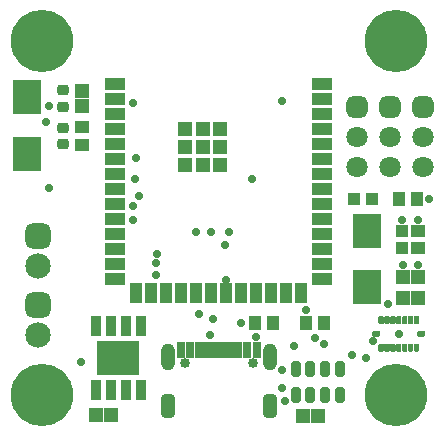
<source format=gts>
G04*
G04 #@! TF.GenerationSoftware,Altium Limited,Altium Designer,24.1.2 (44)*
G04*
G04 Layer_Color=8388736*
%FSLAX25Y25*%
%MOIN*%
G70*
G04*
G04 #@! TF.SameCoordinates,BB4A674F-8819-4941-915F-785A2CCA7B01*
G04*
G04*
G04 #@! TF.FilePolarity,Negative*
G04*
G01*
G75*
%ADD34R,0.04343X0.06706*%
%ADD35R,0.06706X0.04343*%
%ADD36R,0.04737X0.04737*%
%ADD37R,0.09461X0.11824*%
%ADD38R,0.03162X0.05328*%
%ADD39R,0.01981X0.05328*%
%ADD40R,0.04737X0.03950*%
%ADD41R,0.03950X0.03950*%
%ADD42R,0.14186X0.11469*%
%ADD43R,0.03359X0.06804*%
%ADD44R,0.04540X0.04540*%
%ADD45R,0.04540X0.04540*%
G04:AMPARAMS|DCode=46|XSize=37.92mil|YSize=34mil|CornerRadius=7.25mil|HoleSize=0mil|Usage=FLASHONLY|Rotation=180.000|XOffset=0mil|YOffset=0mil|HoleType=Round|Shape=RoundedRectangle|*
%AMROUNDEDRECTD46*
21,1,0.03792,0.01950,0,0,180.0*
21,1,0.02342,0.03400,0,0,180.0*
1,1,0.01450,-0.01171,0.00975*
1,1,0.01450,0.01171,0.00975*
1,1,0.01450,0.01171,-0.00975*
1,1,0.01450,-0.01171,-0.00975*
%
%ADD46ROUNDEDRECTD46*%
%ADD47R,0.03950X0.04737*%
%ADD48R,0.03950X0.03950*%
G04:AMPARAMS|DCode=49|XSize=31.62mil|YSize=51.31mil|CornerRadius=6.36mil|HoleSize=0mil|Usage=FLASHONLY|Rotation=180.000|XOffset=0mil|YOffset=0mil|HoleType=Round|Shape=RoundedRectangle|*
%AMROUNDEDRECTD49*
21,1,0.03162,0.03858,0,0,180.0*
21,1,0.01890,0.05131,0,0,180.0*
1,1,0.01272,-0.00945,0.01929*
1,1,0.01272,0.00945,0.01929*
1,1,0.01272,0.00945,-0.01929*
1,1,0.01272,-0.00945,-0.01929*
%
%ADD49ROUNDEDRECTD49*%
G04:AMPARAMS|DCode=50|XSize=78.87mil|YSize=47.37mil|CornerRadius=13.84mil|HoleSize=0mil|Usage=FLASHONLY|Rotation=90.000|XOffset=0mil|YOffset=0mil|HoleType=Round|Shape=RoundedRectangle|*
%AMROUNDEDRECTD50*
21,1,0.07887,0.01968,0,0,90.0*
21,1,0.05118,0.04737,0,0,90.0*
1,1,0.02769,0.00984,0.02559*
1,1,0.02769,0.00984,-0.02559*
1,1,0.02769,-0.00984,-0.02559*
1,1,0.02769,-0.00984,0.02559*
%
%ADD50ROUNDEDRECTD50*%
%ADD51O,0.04737X0.09068*%
%ADD52C,0.03359*%
G04:AMPARAMS|DCode=53|XSize=84.77mil|YSize=84.77mil|CornerRadius=23.19mil|HoleSize=0mil|Usage=FLASHONLY|Rotation=270.000|XOffset=0mil|YOffset=0mil|HoleType=Round|Shape=RoundedRectangle|*
%AMROUNDEDRECTD53*
21,1,0.08477,0.03839,0,0,270.0*
21,1,0.03839,0.08477,0,0,270.0*
1,1,0.04639,-0.01919,-0.01919*
1,1,0.04639,-0.01919,0.01919*
1,1,0.04639,0.01919,0.01919*
1,1,0.04639,0.01919,-0.01919*
%
%ADD53ROUNDEDRECTD53*%
%ADD54C,0.08477*%
G04:AMPARAMS|DCode=55|XSize=70.99mil|YSize=70.99mil|CornerRadius=19.75mil|HoleSize=0mil|Usage=FLASHONLY|Rotation=270.000|XOffset=0mil|YOffset=0mil|HoleType=Round|Shape=RoundedRectangle|*
%AMROUNDEDRECTD55*
21,1,0.07099,0.03150,0,0,270.0*
21,1,0.03150,0.07099,0,0,270.0*
1,1,0.03950,-0.01575,-0.01575*
1,1,0.03950,-0.01575,0.01575*
1,1,0.03950,0.01575,0.01575*
1,1,0.03950,0.01575,-0.01575*
%
%ADD55ROUNDEDRECTD55*%
%ADD56C,0.07099*%
%ADD57C,0.20800*%
%ADD58C,0.02800*%
G36*
X140372Y41408D02*
X140395Y41406D01*
X140418Y41403D01*
X140441Y41399D01*
X140464Y41393D01*
X140486Y41386D01*
X140508Y41379D01*
X140530Y41370D01*
X140551Y41360D01*
X140571Y41348D01*
X140591Y41336D01*
X140610Y41323D01*
X140629Y41309D01*
X140647Y41294D01*
X140664Y41278D01*
X140680Y41261D01*
X140695Y41243D01*
X140709Y41225D01*
X140722Y41205D01*
X140734Y41185D01*
X140745Y41165D01*
X140755Y41144D01*
X140764Y41122D01*
X140772Y41100D01*
X140779Y41078D01*
X140784Y41055D01*
X140789Y41032D01*
X140791Y41012D01*
Y39240D01*
X140791Y39213D01*
X140789Y39187D01*
X140787Y39160D01*
X140782Y39134D01*
X140777Y39109D01*
X140770Y39083D01*
X140761Y39059D01*
X140752Y39034D01*
X140741Y39010D01*
X140728Y38987D01*
X140715Y38964D01*
X140701Y38942D01*
X140685Y38921D01*
X140668Y38901D01*
X140650Y38881D01*
X140632Y38863D01*
X140612Y38846D01*
X140592Y38829D01*
X140570Y38814D01*
X140548Y38800D01*
X140525Y38787D01*
X140501Y38775D01*
X140477Y38765D01*
X140453Y38756D01*
X140428Y38748D01*
X140402Y38741D01*
X140376Y38736D01*
X140351Y38732D01*
X140324Y38730D01*
X140299Y38728D01*
X139512D01*
X139487Y38730D01*
X139461Y38732D01*
X139435Y38736D01*
X139409Y38741D01*
X139383Y38748D01*
X139358Y38756D01*
X139334Y38765D01*
X139310Y38775D01*
X139286Y38787D01*
X139263Y38800D01*
X139241Y38814D01*
X139219Y38829D01*
X139199Y38846D01*
X139179Y38863D01*
X139161Y38881D01*
X139143Y38901D01*
X139126Y38921D01*
X139110Y38942D01*
X139096Y38964D01*
X139083Y38987D01*
X139070Y39010D01*
X139059Y39034D01*
X139050Y39059D01*
X139041Y39083D01*
X139034Y39109D01*
X139029Y39134D01*
X139024Y39160D01*
X139022Y39187D01*
X139020Y39213D01*
X139020Y39240D01*
Y41012D01*
X139023Y41032D01*
X139027Y41055D01*
X139032Y41078D01*
X139039Y41100D01*
X139047Y41122D01*
X139056Y41144D01*
X139066Y41165D01*
X139077Y41185D01*
X139089Y41205D01*
X139102Y41225D01*
X139116Y41243D01*
X139131Y41261D01*
X139147Y41278D01*
X139164Y41294D01*
X139182Y41309D01*
X139201Y41323D01*
X139220Y41336D01*
X139240Y41348D01*
X139260Y41360D01*
X139281Y41370D01*
X139303Y41379D01*
X139325Y41386D01*
X139347Y41393D01*
X139370Y41399D01*
X139393Y41403D01*
X139416Y41406D01*
X139439Y41408D01*
X139463Y41408D01*
X139486Y41408D01*
X139512Y41405D01*
X140299D01*
X140325Y41408D01*
X140348Y41408D01*
X140372Y41408D01*
D02*
G37*
G36*
X138403D02*
X138426Y41406D01*
X138450Y41403D01*
X138473Y41399D01*
X138495Y41393D01*
X138518Y41386D01*
X138540Y41379D01*
X138561Y41370D01*
X138582Y41360D01*
X138603Y41348D01*
X138623Y41336D01*
X138642Y41323D01*
X138660Y41309D01*
X138678Y41294D01*
X138695Y41278D01*
X138711Y41261D01*
X138726Y41243D01*
X138741Y41225D01*
X138754Y41205D01*
X138766Y41185D01*
X138777Y41165D01*
X138787Y41144D01*
X138796Y41122D01*
X138804Y41100D01*
X138810Y41078D01*
X138816Y41055D01*
X138820Y41032D01*
X138823Y41012D01*
Y39240D01*
X138823Y39213D01*
X138821Y39187D01*
X138818Y39160D01*
X138814Y39134D01*
X138808Y39109D01*
X138801Y39083D01*
X138793Y39059D01*
X138783Y39034D01*
X138772Y39010D01*
X138760Y38987D01*
X138747Y38964D01*
X138732Y38942D01*
X138716Y38921D01*
X138700Y38901D01*
X138682Y38881D01*
X138663Y38863D01*
X138644Y38846D01*
X138623Y38829D01*
X138602Y38814D01*
X138579Y38800D01*
X138557Y38787D01*
X138533Y38775D01*
X138509Y38765D01*
X138484Y38756D01*
X138459Y38748D01*
X138434Y38741D01*
X138408Y38736D01*
X138382Y38732D01*
X138356Y38730D01*
X138331Y38728D01*
X137543D01*
X137518Y38730D01*
X137492Y38732D01*
X137466Y38736D01*
X137440Y38741D01*
X137415Y38748D01*
X137390Y38756D01*
X137365Y38765D01*
X137341Y38775D01*
X137317Y38787D01*
X137295Y38800D01*
X137272Y38814D01*
X137251Y38829D01*
X137230Y38846D01*
X137211Y38863D01*
X137192Y38881D01*
X137174Y38901D01*
X137157Y38921D01*
X137142Y38942D01*
X137127Y38964D01*
X137114Y38987D01*
X137102Y39010D01*
X137091Y39034D01*
X137081Y39059D01*
X137073Y39083D01*
X137066Y39109D01*
X137060Y39134D01*
X137056Y39160D01*
X137053Y39187D01*
X137051Y39213D01*
X137051Y39240D01*
Y41012D01*
X137054Y41032D01*
X137058Y41055D01*
X137064Y41078D01*
X137070Y41100D01*
X137078Y41122D01*
X137087Y41144D01*
X137097Y41165D01*
X137108Y41185D01*
X137120Y41205D01*
X137134Y41225D01*
X137148Y41243D01*
X137163Y41261D01*
X137179Y41278D01*
X137196Y41294D01*
X137214Y41309D01*
X137232Y41323D01*
X137251Y41336D01*
X137271Y41348D01*
X137292Y41360D01*
X137313Y41370D01*
X137334Y41379D01*
X137356Y41386D01*
X137379Y41393D01*
X137401Y41399D01*
X137424Y41403D01*
X137448Y41406D01*
X137471Y41408D01*
X137494Y41408D01*
X137517Y41408D01*
X137543Y41405D01*
X138331D01*
X138357Y41408D01*
X138380Y41408D01*
X138403Y41408D01*
D02*
G37*
G36*
X136435D02*
X136458Y41406D01*
X136481Y41403D01*
X136504Y41399D01*
X136527Y41393D01*
X136549Y41386D01*
X136571Y41379D01*
X136593Y41370D01*
X136614Y41360D01*
X136634Y41348D01*
X136654Y41336D01*
X136673Y41323D01*
X136692Y41309D01*
X136710Y41294D01*
X136726Y41278D01*
X136743Y41261D01*
X136758Y41243D01*
X136772Y41225D01*
X136785Y41205D01*
X136797Y41185D01*
X136809Y41165D01*
X136819Y41144D01*
X136828Y41122D01*
X136835Y41100D01*
X136842Y41078D01*
X136847Y41055D01*
X136852Y41032D01*
X136854Y41012D01*
Y39240D01*
X136854Y39213D01*
X136853Y39187D01*
X136849Y39160D01*
X136845Y39134D01*
X136839Y39109D01*
X136832Y39083D01*
X136824Y39059D01*
X136814Y39034D01*
X136804Y39010D01*
X136792Y38987D01*
X136778Y38964D01*
X136764Y38942D01*
X136748Y38921D01*
X136731Y38901D01*
X136714Y38881D01*
X136695Y38863D01*
X136675Y38846D01*
X136654Y38829D01*
X136633Y38814D01*
X136611Y38800D01*
X136588Y38787D01*
X136565Y38775D01*
X136540Y38765D01*
X136516Y38756D01*
X136491Y38748D01*
X136465Y38741D01*
X136440Y38736D01*
X136414Y38732D01*
X136387Y38730D01*
X136362Y38728D01*
X135575D01*
X135550Y38730D01*
X135523Y38732D01*
X135497Y38736D01*
X135472Y38741D01*
X135446Y38748D01*
X135421Y38756D01*
X135397Y38765D01*
X135372Y38775D01*
X135349Y38787D01*
X135326Y38800D01*
X135304Y38814D01*
X135283Y38829D01*
X135262Y38846D01*
X135242Y38863D01*
X135223Y38881D01*
X135206Y38901D01*
X135189Y38921D01*
X135173Y38942D01*
X135159Y38964D01*
X135145Y38987D01*
X135133Y39010D01*
X135123Y39034D01*
X135113Y39059D01*
X135105Y39083D01*
X135098Y39109D01*
X135092Y39134D01*
X135088Y39160D01*
X135084Y39187D01*
X135083Y39213D01*
X135083Y39240D01*
Y41012D01*
X135085Y41032D01*
X135090Y41055D01*
X135095Y41078D01*
X135102Y41100D01*
X135109Y41122D01*
X135118Y41144D01*
X135128Y41165D01*
X135140Y41185D01*
X135152Y41205D01*
X135165Y41225D01*
X135179Y41243D01*
X135194Y41261D01*
X135211Y41278D01*
X135227Y41294D01*
X135245Y41309D01*
X135264Y41323D01*
X135283Y41336D01*
X135303Y41348D01*
X135323Y41360D01*
X135344Y41370D01*
X135366Y41379D01*
X135388Y41386D01*
X135410Y41393D01*
X135433Y41399D01*
X135456Y41403D01*
X135479Y41406D01*
X135502Y41408D01*
X135526Y41408D01*
X135549Y41408D01*
X135575Y41405D01*
X136362D01*
X136388Y41408D01*
X136411Y41408D01*
X136435Y41408D01*
D02*
G37*
G36*
X134466D02*
X134490Y41406D01*
X134513Y41403D01*
X134536Y41399D01*
X134558Y41393D01*
X134581Y41386D01*
X134603Y41379D01*
X134624Y41370D01*
X134645Y41360D01*
X134666Y41348D01*
X134686Y41336D01*
X134705Y41323D01*
X134723Y41309D01*
X134741Y41294D01*
X134758Y41278D01*
X134774Y41261D01*
X134789Y41243D01*
X134803Y41225D01*
X134817Y41205D01*
X134829Y41185D01*
X134840Y41165D01*
X134850Y41144D01*
X134859Y41122D01*
X134867Y41100D01*
X134873Y41078D01*
X134879Y41055D01*
X134883Y41032D01*
X134886Y41012D01*
Y39240D01*
X134886Y39213D01*
X134884Y39187D01*
X134881Y39160D01*
X134877Y39134D01*
X134871Y39109D01*
X134864Y39083D01*
X134856Y39059D01*
X134846Y39034D01*
X134835Y39010D01*
X134823Y38987D01*
X134810Y38964D01*
X134795Y38942D01*
X134780Y38921D01*
X134763Y38901D01*
X134745Y38881D01*
X134726Y38863D01*
X134707Y38846D01*
X134686Y38829D01*
X134665Y38814D01*
X134642Y38800D01*
X134620Y38787D01*
X134596Y38775D01*
X134572Y38765D01*
X134547Y38756D01*
X134522Y38748D01*
X134497Y38741D01*
X134471Y38736D01*
X134445Y38732D01*
X134419Y38730D01*
X134394Y38728D01*
X133606D01*
X133581Y38730D01*
X133555Y38732D01*
X133529Y38736D01*
X133503Y38741D01*
X133478Y38748D01*
X133453Y38756D01*
X133428Y38765D01*
X133404Y38775D01*
X133380Y38787D01*
X133358Y38800D01*
X133335Y38814D01*
X133314Y38829D01*
X133293Y38846D01*
X133274Y38863D01*
X133255Y38881D01*
X133237Y38901D01*
X133221Y38921D01*
X133205Y38942D01*
X133190Y38964D01*
X133177Y38987D01*
X133165Y39010D01*
X133154Y39034D01*
X133144Y39059D01*
X133136Y39083D01*
X133129Y39109D01*
X133123Y39134D01*
X133119Y39160D01*
X133116Y39187D01*
X133114Y39213D01*
X133114Y39240D01*
Y41012D01*
X133117Y41032D01*
X133121Y41055D01*
X133127Y41078D01*
X133133Y41100D01*
X133141Y41122D01*
X133150Y41144D01*
X133160Y41165D01*
X133171Y41185D01*
X133183Y41205D01*
X133197Y41225D01*
X133211Y41243D01*
X133226Y41261D01*
X133242Y41278D01*
X133259Y41294D01*
X133277Y41309D01*
X133295Y41323D01*
X133314Y41336D01*
X133334Y41348D01*
X133355Y41360D01*
X133376Y41370D01*
X133397Y41379D01*
X133419Y41386D01*
X133442Y41393D01*
X133464Y41399D01*
X133487Y41403D01*
X133510Y41406D01*
X133534Y41408D01*
X133557Y41408D01*
X133580Y41408D01*
X133606Y41405D01*
X134394D01*
X134420Y41408D01*
X134443Y41408D01*
X134466Y41408D01*
D02*
G37*
G36*
X132498D02*
X132521Y41406D01*
X132544Y41403D01*
X132567Y41399D01*
X132590Y41393D01*
X132612Y41386D01*
X132634Y41379D01*
X132656Y41370D01*
X132677Y41360D01*
X132697Y41348D01*
X132717Y41336D01*
X132736Y41323D01*
X132755Y41309D01*
X132773Y41294D01*
X132790Y41278D01*
X132806Y41261D01*
X132821Y41243D01*
X132835Y41225D01*
X132848Y41205D01*
X132860Y41185D01*
X132871Y41165D01*
X132881Y41144D01*
X132890Y41122D01*
X132898Y41100D01*
X132905Y41078D01*
X132910Y41055D01*
X132915Y41032D01*
X132917Y41012D01*
Y39240D01*
X132917Y39213D01*
X132915Y39187D01*
X132913Y39160D01*
X132908Y39134D01*
X132903Y39109D01*
X132896Y39083D01*
X132887Y39059D01*
X132878Y39034D01*
X132867Y39010D01*
X132854Y38987D01*
X132841Y38964D01*
X132827Y38942D01*
X132811Y38921D01*
X132794Y38901D01*
X132776Y38881D01*
X132758Y38863D01*
X132738Y38846D01*
X132718Y38829D01*
X132696Y38814D01*
X132674Y38800D01*
X132651Y38787D01*
X132627Y38775D01*
X132603Y38765D01*
X132579Y38756D01*
X132554Y38748D01*
X132528Y38741D01*
X132502Y38736D01*
X132476Y38732D01*
X132450Y38730D01*
X132425Y38728D01*
X131638D01*
X131613Y38730D01*
X131586Y38732D01*
X131561Y38736D01*
X131535Y38741D01*
X131509Y38748D01*
X131484Y38756D01*
X131460Y38765D01*
X131436Y38775D01*
X131412Y38787D01*
X131389Y38800D01*
X131367Y38814D01*
X131345Y38829D01*
X131325Y38846D01*
X131305Y38863D01*
X131287Y38881D01*
X131269Y38901D01*
X131252Y38921D01*
X131236Y38942D01*
X131222Y38964D01*
X131209Y38987D01*
X131196Y39010D01*
X131185Y39034D01*
X131176Y39059D01*
X131167Y39083D01*
X131160Y39109D01*
X131155Y39134D01*
X131150Y39160D01*
X131148Y39187D01*
X131146Y39213D01*
X131146Y39240D01*
Y41012D01*
X131148Y41032D01*
X131153Y41055D01*
X131158Y41078D01*
X131165Y41100D01*
X131173Y41122D01*
X131182Y41144D01*
X131192Y41165D01*
X131203Y41185D01*
X131215Y41205D01*
X131228Y41225D01*
X131242Y41243D01*
X131257Y41261D01*
X131273Y41278D01*
X131290Y41294D01*
X131308Y41309D01*
X131327Y41323D01*
X131346Y41336D01*
X131366Y41348D01*
X131386Y41360D01*
X131407Y41370D01*
X131429Y41379D01*
X131451Y41386D01*
X131473Y41393D01*
X131496Y41399D01*
X131519Y41403D01*
X131542Y41406D01*
X131565Y41408D01*
X131589Y41408D01*
X131612Y41408D01*
X131638Y41405D01*
X132425D01*
X132451Y41408D01*
X132474Y41408D01*
X132498Y41408D01*
D02*
G37*
G36*
X130529D02*
X130552Y41406D01*
X130576Y41403D01*
X130599Y41399D01*
X130621Y41393D01*
X130644Y41386D01*
X130666Y41379D01*
X130687Y41370D01*
X130708Y41360D01*
X130729Y41348D01*
X130749Y41336D01*
X130768Y41323D01*
X130786Y41309D01*
X130804Y41294D01*
X130821Y41278D01*
X130837Y41261D01*
X130852Y41243D01*
X130866Y41225D01*
X130880Y41205D01*
X130892Y41185D01*
X130903Y41165D01*
X130913Y41144D01*
X130922Y41122D01*
X130930Y41100D01*
X130936Y41078D01*
X130942Y41055D01*
X130946Y41032D01*
X130949Y41012D01*
Y39240D01*
X130949Y39213D01*
X130947Y39187D01*
X130944Y39160D01*
X130940Y39134D01*
X130934Y39109D01*
X130927Y39083D01*
X130919Y39059D01*
X130909Y39034D01*
X130898Y39010D01*
X130886Y38987D01*
X130873Y38964D01*
X130858Y38942D01*
X130842Y38921D01*
X130826Y38901D01*
X130808Y38881D01*
X130789Y38863D01*
X130770Y38846D01*
X130749Y38829D01*
X130728Y38814D01*
X130705Y38800D01*
X130683Y38787D01*
X130659Y38775D01*
X130635Y38765D01*
X130610Y38756D01*
X130585Y38748D01*
X130560Y38741D01*
X130534Y38736D01*
X130508Y38732D01*
X130482Y38730D01*
X130457Y38728D01*
X129669D01*
X129644Y38730D01*
X129618Y38732D01*
X129592Y38736D01*
X129566Y38741D01*
X129541Y38748D01*
X129516Y38756D01*
X129491Y38765D01*
X129467Y38775D01*
X129443Y38787D01*
X129421Y38800D01*
X129398Y38814D01*
X129377Y38829D01*
X129356Y38846D01*
X129337Y38863D01*
X129318Y38881D01*
X129300Y38901D01*
X129283Y38921D01*
X129268Y38942D01*
X129253Y38964D01*
X129240Y38987D01*
X129228Y39010D01*
X129217Y39034D01*
X129207Y39059D01*
X129199Y39083D01*
X129192Y39109D01*
X129186Y39134D01*
X129182Y39160D01*
X129179Y39187D01*
X129177Y39213D01*
X129177Y39240D01*
Y41012D01*
X129180Y41032D01*
X129184Y41055D01*
X129190Y41078D01*
X129196Y41100D01*
X129204Y41122D01*
X129213Y41144D01*
X129223Y41165D01*
X129234Y41185D01*
X129246Y41205D01*
X129260Y41225D01*
X129274Y41243D01*
X129289Y41261D01*
X129305Y41278D01*
X129322Y41294D01*
X129340Y41309D01*
X129358Y41323D01*
X129377Y41336D01*
X129397Y41348D01*
X129418Y41360D01*
X129439Y41370D01*
X129460Y41379D01*
X129482Y41386D01*
X129505Y41393D01*
X129527Y41399D01*
X129550Y41403D01*
X129574Y41406D01*
X129597Y41408D01*
X129620Y41408D01*
X129643Y41408D01*
X129669Y41405D01*
X130457D01*
X130483Y41408D01*
X130506Y41408D01*
X130529Y41408D01*
D02*
G37*
G36*
X128561D02*
X128584Y41406D01*
X128607Y41403D01*
X128630Y41399D01*
X128653Y41393D01*
X128675Y41386D01*
X128697Y41379D01*
X128719Y41370D01*
X128740Y41360D01*
X128760Y41348D01*
X128780Y41336D01*
X128799Y41323D01*
X128818Y41309D01*
X128836Y41294D01*
X128852Y41278D01*
X128869Y41261D01*
X128884Y41243D01*
X128898Y41225D01*
X128911Y41205D01*
X128923Y41185D01*
X128935Y41165D01*
X128945Y41144D01*
X128953Y41122D01*
X128961Y41100D01*
X128968Y41078D01*
X128973Y41055D01*
X128978Y41032D01*
X128980Y41012D01*
Y39240D01*
X128980Y39213D01*
X128979Y39187D01*
X128975Y39160D01*
X128971Y39134D01*
X128965Y39109D01*
X128958Y39083D01*
X128950Y39059D01*
X128940Y39034D01*
X128930Y39010D01*
X128918Y38987D01*
X128904Y38964D01*
X128890Y38942D01*
X128874Y38921D01*
X128857Y38901D01*
X128840Y38881D01*
X128821Y38863D01*
X128801Y38846D01*
X128780Y38829D01*
X128759Y38814D01*
X128737Y38800D01*
X128714Y38787D01*
X128691Y38775D01*
X128666Y38765D01*
X128642Y38756D01*
X128617Y38748D01*
X128591Y38741D01*
X128566Y38736D01*
X128540Y38732D01*
X128513Y38730D01*
X128488Y38728D01*
X127701D01*
X127676Y38730D01*
X127649Y38732D01*
X127623Y38736D01*
X127598Y38741D01*
X127572Y38748D01*
X127547Y38756D01*
X127523Y38765D01*
X127498Y38775D01*
X127475Y38787D01*
X127452Y38800D01*
X127430Y38814D01*
X127409Y38829D01*
X127388Y38846D01*
X127368Y38863D01*
X127349Y38881D01*
X127332Y38901D01*
X127315Y38921D01*
X127299Y38942D01*
X127285Y38964D01*
X127271Y38987D01*
X127259Y39010D01*
X127249Y39034D01*
X127239Y39059D01*
X127231Y39083D01*
X127224Y39109D01*
X127218Y39134D01*
X127213Y39160D01*
X127210Y39187D01*
X127209Y39213D01*
X127209Y39240D01*
Y41012D01*
X127211Y41032D01*
X127216Y41055D01*
X127221Y41078D01*
X127228Y41100D01*
X127235Y41122D01*
X127244Y41144D01*
X127254Y41165D01*
X127266Y41185D01*
X127278Y41205D01*
X127291Y41225D01*
X127305Y41243D01*
X127320Y41261D01*
X127337Y41278D01*
X127353Y41294D01*
X127371Y41309D01*
X127390Y41323D01*
X127409Y41336D01*
X127429Y41348D01*
X127449Y41360D01*
X127470Y41370D01*
X127492Y41379D01*
X127514Y41386D01*
X127536Y41393D01*
X127559Y41399D01*
X127582Y41403D01*
X127605Y41406D01*
X127628Y41408D01*
X127652Y41408D01*
X127675Y41408D01*
X127701Y41405D01*
X128488D01*
X128514Y41408D01*
X128537Y41408D01*
X128561Y41408D01*
D02*
G37*
G36*
X142374Y36386D02*
X142400Y36384D01*
X142426Y36381D01*
X142452Y36377D01*
X142478Y36371D01*
X142503Y36364D01*
X142528Y36356D01*
X142552Y36346D01*
X142576Y36335D01*
X142600Y36323D01*
X142622Y36310D01*
X142644Y36295D01*
X142665Y36279D01*
X142686Y36263D01*
X142705Y36245D01*
X142724Y36226D01*
X142741Y36207D01*
X142757Y36186D01*
X142772Y36165D01*
X142787Y36142D01*
X142800Y36120D01*
X142811Y36096D01*
X142822Y36072D01*
X142831Y36047D01*
X142839Y36022D01*
X142845Y35997D01*
X142851Y35971D01*
X142855Y35945D01*
X142857Y35919D01*
X142858Y35894D01*
Y35106D01*
X142857Y35081D01*
X142855Y35055D01*
X142851Y35029D01*
X142845Y35003D01*
X142839Y34978D01*
X142831Y34953D01*
X142822Y34928D01*
X142811Y34904D01*
X142800Y34880D01*
X142787Y34858D01*
X142772Y34835D01*
X142757Y34814D01*
X142741Y34793D01*
X142724Y34774D01*
X142705Y34755D01*
X142686Y34737D01*
X142665Y34721D01*
X142644Y34705D01*
X142622Y34690D01*
X142600Y34677D01*
X142576Y34665D01*
X142552Y34654D01*
X142528Y34644D01*
X142503Y34636D01*
X142478Y34629D01*
X142452Y34623D01*
X142426Y34619D01*
X142400Y34616D01*
X142374Y34614D01*
X142347Y34614D01*
X140575D01*
X140554Y34617D01*
X140531Y34621D01*
X140509Y34627D01*
X140486Y34633D01*
X140464Y34641D01*
X140443Y34650D01*
X140422Y34660D01*
X140401Y34671D01*
X140381Y34683D01*
X140362Y34697D01*
X140344Y34711D01*
X140326Y34726D01*
X140309Y34742D01*
X140293Y34759D01*
X140278Y34777D01*
X140263Y34795D01*
X140250Y34814D01*
X140238Y34834D01*
X140227Y34855D01*
X140217Y34876D01*
X140208Y34897D01*
X140200Y34919D01*
X140194Y34942D01*
X140188Y34964D01*
X140184Y34987D01*
X140181Y35010D01*
X140179Y35034D01*
X140178Y35057D01*
X140179Y35080D01*
X140181Y35106D01*
Y35894D01*
X140179Y35920D01*
X140178Y35943D01*
X140179Y35966D01*
X140181Y35989D01*
X140184Y36013D01*
X140188Y36036D01*
X140194Y36058D01*
X140200Y36081D01*
X140208Y36103D01*
X140217Y36124D01*
X140227Y36145D01*
X140238Y36166D01*
X140250Y36186D01*
X140263Y36205D01*
X140278Y36223D01*
X140293Y36241D01*
X140309Y36258D01*
X140326Y36274D01*
X140344Y36289D01*
X140362Y36303D01*
X140381Y36317D01*
X140401Y36329D01*
X140422Y36340D01*
X140443Y36350D01*
X140464Y36359D01*
X140486Y36367D01*
X140509Y36373D01*
X140531Y36379D01*
X140554Y36383D01*
X140575Y36386D01*
X142347D01*
X142374Y36386D01*
D02*
G37*
G36*
X127334D02*
X127361Y36384D01*
X127387Y36381D01*
X127413Y36377D01*
X127438Y36371D01*
X127464Y36364D01*
X127489Y36356D01*
X127513Y36346D01*
X127537Y36335D01*
X127560Y36323D01*
X127583Y36310D01*
X127605Y36295D01*
X127626Y36279D01*
X127646Y36263D01*
X127666Y36245D01*
X127684Y36226D01*
X127701Y36207D01*
X127718Y36186D01*
X127733Y36165D01*
X127747Y36142D01*
X127760Y36120D01*
X127772Y36096D01*
X127782Y36072D01*
X127792Y36047D01*
X127799Y36022D01*
X127806Y35997D01*
X127811Y35971D01*
X127815Y35945D01*
X127818Y35919D01*
X127819Y35894D01*
Y35106D01*
X127818Y35081D01*
X127815Y35055D01*
X127811Y35029D01*
X127806Y35003D01*
X127799Y34978D01*
X127792Y34953D01*
X127782Y34928D01*
X127772Y34904D01*
X127760Y34880D01*
X127747Y34858D01*
X127733Y34835D01*
X127718Y34814D01*
X127701Y34793D01*
X127684Y34774D01*
X127666Y34755D01*
X127646Y34737D01*
X127626Y34721D01*
X127605Y34705D01*
X127583Y34690D01*
X127560Y34677D01*
X127537Y34665D01*
X127513Y34654D01*
X127489Y34644D01*
X127464Y34636D01*
X127438Y34629D01*
X127413Y34623D01*
X127387Y34619D01*
X127361Y34616D01*
X127334Y34614D01*
X127307Y34614D01*
X125535D01*
X125515Y34617D01*
X125492Y34621D01*
X125469Y34627D01*
X125447Y34633D01*
X125425Y34641D01*
X125403Y34650D01*
X125382Y34660D01*
X125362Y34671D01*
X125342Y34683D01*
X125323Y34697D01*
X125304Y34711D01*
X125286Y34726D01*
X125269Y34742D01*
X125253Y34759D01*
X125238Y34777D01*
X125224Y34795D01*
X125211Y34814D01*
X125199Y34834D01*
X125188Y34855D01*
X125178Y34876D01*
X125169Y34897D01*
X125161Y34919D01*
X125154Y34942D01*
X125149Y34964D01*
X125145Y34987D01*
X125142Y35010D01*
X125140Y35034D01*
X125139Y35057D01*
X125140Y35080D01*
X125142Y35106D01*
Y35894D01*
X125140Y35920D01*
X125139Y35943D01*
X125140Y35966D01*
X125142Y35989D01*
X125145Y36013D01*
X125149Y36036D01*
X125154Y36058D01*
X125161Y36081D01*
X125169Y36103D01*
X125178Y36124D01*
X125188Y36145D01*
X125199Y36166D01*
X125211Y36186D01*
X125224Y36205D01*
X125238Y36223D01*
X125253Y36241D01*
X125269Y36258D01*
X125286Y36274D01*
X125304Y36289D01*
X125323Y36303D01*
X125342Y36317D01*
X125362Y36329D01*
X125382Y36340D01*
X125403Y36350D01*
X125425Y36359D01*
X125447Y36367D01*
X125469Y36373D01*
X125492Y36379D01*
X125515Y36383D01*
X125535Y36386D01*
X127307D01*
X127334Y36386D01*
D02*
G37*
G36*
X140324Y32271D02*
X140351Y32268D01*
X140376Y32264D01*
X140402Y32259D01*
X140428Y32252D01*
X140453Y32244D01*
X140477Y32235D01*
X140501Y32225D01*
X140525Y32213D01*
X140548Y32200D01*
X140570Y32186D01*
X140592Y32171D01*
X140612Y32154D01*
X140632Y32137D01*
X140650Y32118D01*
X140668Y32099D01*
X140685Y32079D01*
X140701Y32058D01*
X140715Y32036D01*
X140728Y32013D01*
X140741Y31990D01*
X140752Y31966D01*
X140761Y31941D01*
X140770Y31916D01*
X140777Y31891D01*
X140782Y31866D01*
X140787Y31840D01*
X140789Y31813D01*
X140791Y31787D01*
X140791Y31760D01*
Y29988D01*
X140789Y29968D01*
X140784Y29945D01*
X140779Y29922D01*
X140772Y29900D01*
X140764Y29878D01*
X140755Y29856D01*
X140745Y29835D01*
X140734Y29815D01*
X140722Y29795D01*
X140709Y29776D01*
X140695Y29757D01*
X140680Y29739D01*
X140664Y29722D01*
X140647Y29706D01*
X140629Y29691D01*
X140610Y29677D01*
X140591Y29664D01*
X140571Y29651D01*
X140551Y29640D01*
X140530Y29630D01*
X140508Y29621D01*
X140486Y29614D01*
X140464Y29607D01*
X140441Y29601D01*
X140418Y29597D01*
X140395Y29594D01*
X140372Y29592D01*
X140348Y29592D01*
X140325Y29592D01*
X140299Y29594D01*
X139512D01*
X139486Y29592D01*
X139463Y29592D01*
X139439Y29592D01*
X139416Y29594D01*
X139393Y29597D01*
X139370Y29601D01*
X139347Y29607D01*
X139325Y29614D01*
X139303Y29621D01*
X139281Y29630D01*
X139260Y29640D01*
X139240Y29651D01*
X139220Y29664D01*
X139201Y29677D01*
X139182Y29691D01*
X139164Y29706D01*
X139147Y29722D01*
X139131Y29739D01*
X139116Y29757D01*
X139102Y29776D01*
X139089Y29795D01*
X139077Y29815D01*
X139066Y29835D01*
X139056Y29856D01*
X139047Y29878D01*
X139039Y29900D01*
X139032Y29922D01*
X139027Y29945D01*
X139023Y29968D01*
X139020Y29988D01*
Y31760D01*
X139020Y31787D01*
X139022Y31813D01*
X139024Y31840D01*
X139029Y31866D01*
X139034Y31891D01*
X139041Y31916D01*
X139050Y31941D01*
X139059Y31966D01*
X139070Y31990D01*
X139083Y32013D01*
X139096Y32036D01*
X139110Y32058D01*
X139126Y32079D01*
X139143Y32099D01*
X139161Y32118D01*
X139179Y32137D01*
X139199Y32154D01*
X139219Y32171D01*
X139241Y32186D01*
X139263Y32200D01*
X139286Y32213D01*
X139310Y32225D01*
X139334Y32235D01*
X139358Y32244D01*
X139383Y32252D01*
X139409Y32259D01*
X139435Y32264D01*
X139461Y32268D01*
X139487Y32271D01*
X139512Y32272D01*
X140299D01*
X140324Y32271D01*
D02*
G37*
G36*
X138356D02*
X138382Y32268D01*
X138408Y32264D01*
X138434Y32259D01*
X138459Y32252D01*
X138484Y32244D01*
X138509Y32235D01*
X138533Y32225D01*
X138557Y32213D01*
X138579Y32200D01*
X138602Y32186D01*
X138623Y32171D01*
X138644Y32154D01*
X138663Y32137D01*
X138682Y32118D01*
X138700Y32099D01*
X138716Y32079D01*
X138732Y32058D01*
X138747Y32036D01*
X138760Y32013D01*
X138772Y31990D01*
X138783Y31966D01*
X138793Y31941D01*
X138801Y31916D01*
X138808Y31891D01*
X138814Y31866D01*
X138818Y31840D01*
X138821Y31813D01*
X138823Y31787D01*
X138823Y31760D01*
Y29988D01*
X138820Y29968D01*
X138816Y29945D01*
X138810Y29922D01*
X138804Y29900D01*
X138796Y29878D01*
X138787Y29856D01*
X138777Y29835D01*
X138766Y29815D01*
X138754Y29795D01*
X138741Y29776D01*
X138726Y29757D01*
X138711Y29739D01*
X138695Y29722D01*
X138678Y29706D01*
X138660Y29691D01*
X138642Y29677D01*
X138623Y29664D01*
X138603Y29651D01*
X138582Y29640D01*
X138561Y29630D01*
X138540Y29621D01*
X138518Y29614D01*
X138495Y29607D01*
X138473Y29601D01*
X138450Y29597D01*
X138426Y29594D01*
X138403Y29592D01*
X138380Y29592D01*
X138357Y29592D01*
X138331Y29594D01*
X137543D01*
X137517Y29592D01*
X137494Y29592D01*
X137471Y29592D01*
X137448Y29594D01*
X137424Y29597D01*
X137401Y29601D01*
X137379Y29607D01*
X137356Y29614D01*
X137334Y29621D01*
X137313Y29630D01*
X137292Y29640D01*
X137271Y29651D01*
X137251Y29664D01*
X137232Y29677D01*
X137214Y29691D01*
X137196Y29706D01*
X137179Y29722D01*
X137163Y29739D01*
X137148Y29757D01*
X137134Y29776D01*
X137120Y29795D01*
X137108Y29815D01*
X137097Y29835D01*
X137087Y29856D01*
X137078Y29878D01*
X137070Y29900D01*
X137064Y29922D01*
X137058Y29945D01*
X137054Y29968D01*
X137051Y29988D01*
Y31760D01*
X137051Y31787D01*
X137053Y31813D01*
X137056Y31840D01*
X137060Y31866D01*
X137066Y31891D01*
X137073Y31916D01*
X137081Y31941D01*
X137091Y31966D01*
X137102Y31990D01*
X137114Y32013D01*
X137127Y32036D01*
X137142Y32058D01*
X137157Y32079D01*
X137174Y32099D01*
X137192Y32118D01*
X137211Y32137D01*
X137230Y32154D01*
X137251Y32171D01*
X137272Y32186D01*
X137295Y32200D01*
X137317Y32213D01*
X137341Y32225D01*
X137365Y32235D01*
X137390Y32244D01*
X137415Y32252D01*
X137440Y32259D01*
X137466Y32264D01*
X137492Y32268D01*
X137518Y32271D01*
X137543Y32272D01*
X138331D01*
X138356Y32271D01*
D02*
G37*
G36*
X136387D02*
X136414Y32268D01*
X136440Y32264D01*
X136465Y32259D01*
X136491Y32252D01*
X136516Y32244D01*
X136540Y32235D01*
X136565Y32225D01*
X136588Y32213D01*
X136611Y32200D01*
X136633Y32186D01*
X136654Y32171D01*
X136675Y32154D01*
X136695Y32137D01*
X136714Y32118D01*
X136731Y32099D01*
X136748Y32079D01*
X136764Y32058D01*
X136778Y32036D01*
X136792Y32013D01*
X136804Y31990D01*
X136814Y31966D01*
X136824Y31941D01*
X136832Y31916D01*
X136839Y31891D01*
X136845Y31866D01*
X136849Y31840D01*
X136853Y31813D01*
X136854Y31787D01*
X136854Y31760D01*
Y29988D01*
X136852Y29968D01*
X136847Y29945D01*
X136842Y29922D01*
X136835Y29900D01*
X136828Y29878D01*
X136819Y29856D01*
X136809Y29835D01*
X136797Y29815D01*
X136785Y29795D01*
X136772Y29776D01*
X136758Y29757D01*
X136743Y29739D01*
X136726Y29722D01*
X136710Y29706D01*
X136692Y29691D01*
X136673Y29677D01*
X136654Y29664D01*
X136634Y29651D01*
X136614Y29640D01*
X136593Y29630D01*
X136571Y29621D01*
X136549Y29614D01*
X136527Y29607D01*
X136504Y29601D01*
X136481Y29597D01*
X136458Y29594D01*
X136435Y29592D01*
X136411Y29592D01*
X136388Y29592D01*
X136362Y29594D01*
X135575D01*
X135549Y29592D01*
X135526Y29592D01*
X135502Y29592D01*
X135479Y29594D01*
X135456Y29597D01*
X135433Y29601D01*
X135410Y29607D01*
X135388Y29614D01*
X135366Y29621D01*
X135344Y29630D01*
X135323Y29640D01*
X135303Y29651D01*
X135283Y29664D01*
X135264Y29677D01*
X135245Y29691D01*
X135227Y29706D01*
X135211Y29722D01*
X135194Y29739D01*
X135179Y29757D01*
X135165Y29776D01*
X135152Y29795D01*
X135140Y29815D01*
X135128Y29835D01*
X135118Y29856D01*
X135109Y29878D01*
X135102Y29900D01*
X135095Y29922D01*
X135090Y29945D01*
X135085Y29968D01*
X135083Y29988D01*
Y31760D01*
X135083Y31787D01*
X135084Y31813D01*
X135088Y31840D01*
X135092Y31866D01*
X135098Y31891D01*
X135105Y31916D01*
X135113Y31941D01*
X135123Y31966D01*
X135133Y31990D01*
X135145Y32013D01*
X135159Y32036D01*
X135173Y32058D01*
X135189Y32079D01*
X135206Y32099D01*
X135223Y32118D01*
X135242Y32137D01*
X135262Y32154D01*
X135283Y32171D01*
X135304Y32186D01*
X135326Y32200D01*
X135349Y32213D01*
X135372Y32225D01*
X135397Y32235D01*
X135421Y32244D01*
X135446Y32252D01*
X135472Y32259D01*
X135497Y32264D01*
X135523Y32268D01*
X135550Y32271D01*
X135575Y32272D01*
X136362D01*
X136387Y32271D01*
D02*
G37*
G36*
X134419D02*
X134445Y32268D01*
X134471Y32264D01*
X134497Y32259D01*
X134522Y32252D01*
X134547Y32244D01*
X134572Y32235D01*
X134596Y32225D01*
X134620Y32213D01*
X134642Y32200D01*
X134665Y32186D01*
X134686Y32171D01*
X134707Y32154D01*
X134726Y32137D01*
X134745Y32118D01*
X134763Y32099D01*
X134780Y32079D01*
X134795Y32058D01*
X134810Y32036D01*
X134823Y32013D01*
X134835Y31990D01*
X134846Y31966D01*
X134856Y31941D01*
X134864Y31916D01*
X134871Y31891D01*
X134877Y31866D01*
X134881Y31840D01*
X134884Y31813D01*
X134886Y31787D01*
X134886Y31760D01*
Y29988D01*
X134883Y29968D01*
X134879Y29945D01*
X134873Y29922D01*
X134867Y29900D01*
X134859Y29878D01*
X134850Y29856D01*
X134840Y29835D01*
X134829Y29815D01*
X134817Y29795D01*
X134803Y29776D01*
X134789Y29757D01*
X134774Y29739D01*
X134758Y29722D01*
X134741Y29706D01*
X134723Y29691D01*
X134705Y29677D01*
X134686Y29664D01*
X134666Y29651D01*
X134645Y29640D01*
X134624Y29630D01*
X134603Y29621D01*
X134581Y29614D01*
X134558Y29607D01*
X134536Y29601D01*
X134513Y29597D01*
X134490Y29594D01*
X134466Y29592D01*
X134443Y29592D01*
X134420Y29592D01*
X134394Y29594D01*
X133606D01*
X133580Y29592D01*
X133557Y29592D01*
X133534Y29592D01*
X133510Y29594D01*
X133487Y29597D01*
X133464Y29601D01*
X133442Y29607D01*
X133419Y29614D01*
X133397Y29621D01*
X133376Y29630D01*
X133355Y29640D01*
X133334Y29651D01*
X133314Y29664D01*
X133295Y29677D01*
X133277Y29691D01*
X133259Y29706D01*
X133242Y29722D01*
X133226Y29739D01*
X133211Y29757D01*
X133197Y29776D01*
X133183Y29795D01*
X133171Y29815D01*
X133160Y29835D01*
X133150Y29856D01*
X133141Y29878D01*
X133133Y29900D01*
X133127Y29922D01*
X133121Y29945D01*
X133117Y29968D01*
X133114Y29988D01*
Y31760D01*
X133114Y31787D01*
X133116Y31813D01*
X133119Y31840D01*
X133123Y31866D01*
X133129Y31891D01*
X133136Y31916D01*
X133144Y31941D01*
X133154Y31966D01*
X133165Y31990D01*
X133177Y32013D01*
X133190Y32036D01*
X133205Y32058D01*
X133221Y32079D01*
X133237Y32099D01*
X133255Y32118D01*
X133274Y32137D01*
X133293Y32154D01*
X133314Y32171D01*
X133335Y32186D01*
X133358Y32200D01*
X133380Y32213D01*
X133404Y32225D01*
X133428Y32235D01*
X133453Y32244D01*
X133478Y32252D01*
X133503Y32259D01*
X133529Y32264D01*
X133555Y32268D01*
X133581Y32271D01*
X133606Y32272D01*
X134394D01*
X134419Y32271D01*
D02*
G37*
G36*
X132450D02*
X132476Y32268D01*
X132502Y32264D01*
X132528Y32259D01*
X132554Y32252D01*
X132579Y32244D01*
X132603Y32235D01*
X132627Y32225D01*
X132651Y32213D01*
X132674Y32200D01*
X132696Y32186D01*
X132718Y32171D01*
X132738Y32154D01*
X132758Y32137D01*
X132776Y32118D01*
X132794Y32099D01*
X132811Y32079D01*
X132827Y32058D01*
X132841Y32036D01*
X132854Y32013D01*
X132867Y31990D01*
X132878Y31966D01*
X132887Y31941D01*
X132896Y31916D01*
X132903Y31891D01*
X132908Y31866D01*
X132913Y31840D01*
X132915Y31813D01*
X132917Y31787D01*
X132917Y31760D01*
Y29988D01*
X132915Y29968D01*
X132910Y29945D01*
X132905Y29922D01*
X132898Y29900D01*
X132890Y29878D01*
X132881Y29856D01*
X132871Y29835D01*
X132860Y29815D01*
X132848Y29795D01*
X132835Y29776D01*
X132821Y29757D01*
X132806Y29739D01*
X132790Y29722D01*
X132773Y29706D01*
X132755Y29691D01*
X132736Y29677D01*
X132717Y29664D01*
X132697Y29651D01*
X132677Y29640D01*
X132656Y29630D01*
X132634Y29621D01*
X132612Y29614D01*
X132590Y29607D01*
X132567Y29601D01*
X132544Y29597D01*
X132521Y29594D01*
X132498Y29592D01*
X132474Y29592D01*
X132451Y29592D01*
X132425Y29594D01*
X131638D01*
X131612Y29592D01*
X131589Y29592D01*
X131565Y29592D01*
X131542Y29594D01*
X131519Y29597D01*
X131496Y29601D01*
X131473Y29607D01*
X131451Y29614D01*
X131429Y29621D01*
X131407Y29630D01*
X131386Y29640D01*
X131366Y29651D01*
X131346Y29664D01*
X131327Y29677D01*
X131308Y29691D01*
X131290Y29706D01*
X131273Y29722D01*
X131257Y29739D01*
X131242Y29757D01*
X131228Y29776D01*
X131215Y29795D01*
X131203Y29815D01*
X131192Y29835D01*
X131182Y29856D01*
X131173Y29878D01*
X131165Y29900D01*
X131158Y29922D01*
X131153Y29945D01*
X131148Y29968D01*
X131146Y29988D01*
Y31760D01*
X131146Y31787D01*
X131148Y31813D01*
X131150Y31840D01*
X131155Y31866D01*
X131160Y31891D01*
X131167Y31916D01*
X131176Y31941D01*
X131185Y31966D01*
X131196Y31990D01*
X131209Y32013D01*
X131222Y32036D01*
X131236Y32058D01*
X131252Y32079D01*
X131269Y32099D01*
X131287Y32118D01*
X131305Y32137D01*
X131325Y32154D01*
X131345Y32171D01*
X131367Y32186D01*
X131389Y32200D01*
X131412Y32213D01*
X131436Y32225D01*
X131460Y32235D01*
X131484Y32244D01*
X131509Y32252D01*
X131535Y32259D01*
X131561Y32264D01*
X131586Y32268D01*
X131613Y32271D01*
X131638Y32272D01*
X132425D01*
X132450Y32271D01*
D02*
G37*
G36*
X130482D02*
X130508Y32268D01*
X130534Y32264D01*
X130560Y32259D01*
X130585Y32252D01*
X130610Y32244D01*
X130635Y32235D01*
X130659Y32225D01*
X130683Y32213D01*
X130705Y32200D01*
X130728Y32186D01*
X130749Y32171D01*
X130770Y32154D01*
X130789Y32137D01*
X130808Y32118D01*
X130826Y32099D01*
X130842Y32079D01*
X130858Y32058D01*
X130873Y32036D01*
X130886Y32013D01*
X130898Y31990D01*
X130909Y31966D01*
X130919Y31941D01*
X130927Y31916D01*
X130934Y31891D01*
X130940Y31866D01*
X130944Y31840D01*
X130947Y31813D01*
X130949Y31787D01*
X130949Y31760D01*
Y29988D01*
X130946Y29968D01*
X130942Y29945D01*
X130936Y29922D01*
X130930Y29900D01*
X130922Y29878D01*
X130913Y29856D01*
X130903Y29835D01*
X130892Y29815D01*
X130880Y29795D01*
X130866Y29776D01*
X130852Y29757D01*
X130837Y29739D01*
X130821Y29722D01*
X130804Y29706D01*
X130786Y29691D01*
X130768Y29677D01*
X130749Y29664D01*
X130729Y29651D01*
X130708Y29640D01*
X130687Y29630D01*
X130666Y29621D01*
X130644Y29614D01*
X130621Y29607D01*
X130599Y29601D01*
X130576Y29597D01*
X130552Y29594D01*
X130529Y29592D01*
X130506Y29592D01*
X130483Y29592D01*
X130457Y29594D01*
X129669D01*
X129643Y29592D01*
X129620Y29592D01*
X129597Y29592D01*
X129574Y29594D01*
X129550Y29597D01*
X129527Y29601D01*
X129505Y29607D01*
X129482Y29614D01*
X129460Y29621D01*
X129439Y29630D01*
X129418Y29640D01*
X129397Y29651D01*
X129377Y29664D01*
X129358Y29677D01*
X129340Y29691D01*
X129322Y29706D01*
X129305Y29722D01*
X129289Y29739D01*
X129274Y29757D01*
X129260Y29776D01*
X129246Y29795D01*
X129234Y29815D01*
X129223Y29835D01*
X129213Y29856D01*
X129204Y29878D01*
X129196Y29900D01*
X129190Y29922D01*
X129184Y29945D01*
X129180Y29968D01*
X129177Y29988D01*
Y31760D01*
X129177Y31787D01*
X129179Y31813D01*
X129182Y31840D01*
X129186Y31866D01*
X129192Y31891D01*
X129199Y31916D01*
X129207Y31941D01*
X129217Y31966D01*
X129228Y31990D01*
X129240Y32013D01*
X129253Y32036D01*
X129268Y32058D01*
X129283Y32079D01*
X129300Y32099D01*
X129318Y32118D01*
X129337Y32137D01*
X129356Y32154D01*
X129377Y32171D01*
X129398Y32186D01*
X129421Y32200D01*
X129443Y32213D01*
X129467Y32225D01*
X129491Y32235D01*
X129516Y32244D01*
X129541Y32252D01*
X129566Y32259D01*
X129592Y32264D01*
X129618Y32268D01*
X129644Y32271D01*
X129669Y32272D01*
X130457D01*
X130482Y32271D01*
D02*
G37*
G36*
X128513D02*
X128540Y32268D01*
X128566Y32264D01*
X128591Y32259D01*
X128617Y32252D01*
X128642Y32244D01*
X128666Y32235D01*
X128691Y32225D01*
X128714Y32213D01*
X128737Y32200D01*
X128759Y32186D01*
X128780Y32171D01*
X128801Y32154D01*
X128821Y32137D01*
X128840Y32118D01*
X128857Y32099D01*
X128874Y32079D01*
X128890Y32058D01*
X128904Y32036D01*
X128918Y32013D01*
X128930Y31990D01*
X128940Y31966D01*
X128950Y31941D01*
X128958Y31916D01*
X128965Y31891D01*
X128971Y31866D01*
X128975Y31840D01*
X128979Y31813D01*
X128980Y31787D01*
X128980Y31760D01*
Y29988D01*
X128978Y29968D01*
X128973Y29945D01*
X128968Y29922D01*
X128961Y29900D01*
X128953Y29878D01*
X128945Y29856D01*
X128935Y29835D01*
X128923Y29815D01*
X128911Y29795D01*
X128898Y29776D01*
X128884Y29757D01*
X128869Y29739D01*
X128852Y29722D01*
X128836Y29706D01*
X128818Y29691D01*
X128799Y29677D01*
X128780Y29664D01*
X128760Y29651D01*
X128740Y29640D01*
X128719Y29630D01*
X128697Y29621D01*
X128675Y29614D01*
X128653Y29607D01*
X128630Y29601D01*
X128607Y29597D01*
X128584Y29594D01*
X128561Y29592D01*
X128537Y29592D01*
X128514Y29592D01*
X128488Y29594D01*
X127701D01*
X127675Y29592D01*
X127652Y29592D01*
X127628Y29592D01*
X127605Y29594D01*
X127582Y29597D01*
X127559Y29601D01*
X127536Y29607D01*
X127514Y29614D01*
X127492Y29621D01*
X127470Y29630D01*
X127449Y29640D01*
X127429Y29651D01*
X127409Y29664D01*
X127390Y29677D01*
X127371Y29691D01*
X127353Y29706D01*
X127337Y29722D01*
X127320Y29739D01*
X127305Y29757D01*
X127291Y29776D01*
X127278Y29795D01*
X127266Y29815D01*
X127254Y29835D01*
X127244Y29856D01*
X127235Y29878D01*
X127228Y29900D01*
X127221Y29922D01*
X127216Y29945D01*
X127211Y29968D01*
X127209Y29988D01*
Y31760D01*
X127209Y31787D01*
X127210Y31813D01*
X127213Y31840D01*
X127218Y31866D01*
X127224Y31891D01*
X127231Y31916D01*
X127239Y31941D01*
X127249Y31966D01*
X127259Y31990D01*
X127271Y32013D01*
X127285Y32036D01*
X127299Y32058D01*
X127315Y32079D01*
X127332Y32099D01*
X127349Y32118D01*
X127368Y32137D01*
X127388Y32154D01*
X127409Y32171D01*
X127430Y32186D01*
X127452Y32200D01*
X127475Y32213D01*
X127498Y32225D01*
X127523Y32235D01*
X127547Y32244D01*
X127572Y32252D01*
X127598Y32259D01*
X127623Y32264D01*
X127649Y32268D01*
X127676Y32271D01*
X127701Y32272D01*
X128488D01*
X128513Y32271D01*
D02*
G37*
D34*
X101500Y49000D02*
D03*
X96500D02*
D03*
X91500D02*
D03*
X86500D02*
D03*
X81500D02*
D03*
X76500D02*
D03*
X71500D02*
D03*
X66500D02*
D03*
X61500D02*
D03*
X56500D02*
D03*
X51500D02*
D03*
X46500D02*
D03*
D35*
X108449Y118921D02*
D03*
Y113921D02*
D03*
Y108921D02*
D03*
Y103921D02*
D03*
Y98921D02*
D03*
Y93921D02*
D03*
Y88921D02*
D03*
Y83921D02*
D03*
Y78921D02*
D03*
Y73921D02*
D03*
Y68921D02*
D03*
Y63921D02*
D03*
Y58921D02*
D03*
Y53921D02*
D03*
X39551D02*
D03*
Y58921D02*
D03*
Y63921D02*
D03*
Y68921D02*
D03*
Y73921D02*
D03*
Y78921D02*
D03*
Y83921D02*
D03*
Y88921D02*
D03*
Y93921D02*
D03*
Y98921D02*
D03*
Y103921D02*
D03*
Y108921D02*
D03*
Y113921D02*
D03*
Y118921D02*
D03*
D36*
X74551Y103764D02*
D03*
X68646D02*
D03*
X62740D02*
D03*
X74551Y91953D02*
D03*
X68646D02*
D03*
X62740D02*
D03*
X74551Y97858D02*
D03*
X62740D02*
D03*
X68646D02*
D03*
D37*
X123500Y69949D02*
D03*
Y51051D02*
D03*
X10000Y95551D02*
D03*
Y114449D02*
D03*
D38*
X61402Y30039D02*
D03*
X86598D02*
D03*
X64551D02*
D03*
X83449D02*
D03*
D39*
X74984D02*
D03*
X73016D02*
D03*
X76953D02*
D03*
X78921D02*
D03*
X80890D02*
D03*
X71047D02*
D03*
X69079D02*
D03*
X67110D02*
D03*
D40*
X140500Y64047D02*
D03*
Y69953D02*
D03*
X28500Y98547D02*
D03*
Y104453D02*
D03*
D41*
X135000Y64047D02*
D03*
Y69953D02*
D03*
D42*
X40500Y27500D02*
D03*
D43*
X33000Y38177D02*
D03*
X38000D02*
D03*
X43000D02*
D03*
X48000D02*
D03*
Y16823D02*
D03*
X43000D02*
D03*
X38000D02*
D03*
X33000D02*
D03*
D44*
X33039Y8500D02*
D03*
X37961D02*
D03*
X135539Y47500D02*
D03*
X140461D02*
D03*
X102039Y8000D02*
D03*
X106961D02*
D03*
X135539Y54500D02*
D03*
X140461D02*
D03*
D45*
X28500Y116461D02*
D03*
Y111539D02*
D03*
D46*
X22000Y111244D02*
D03*
Y116756D02*
D03*
Y98744D02*
D03*
Y104256D02*
D03*
D47*
X134047Y80500D02*
D03*
X139953D02*
D03*
X92000Y39000D02*
D03*
X86094D02*
D03*
X103047D02*
D03*
X108953D02*
D03*
D48*
X119047Y80500D02*
D03*
X124953D02*
D03*
D49*
X99618Y23831D02*
D03*
X104539D02*
D03*
X109461D02*
D03*
X114382D02*
D03*
Y15169D02*
D03*
X109461D02*
D03*
X104539D02*
D03*
X99618D02*
D03*
D50*
X56992Y11319D02*
D03*
X91008D02*
D03*
D51*
X56992Y27776D02*
D03*
X91008D02*
D03*
D52*
X85378Y25807D02*
D03*
X62622D02*
D03*
D53*
X13681Y45000D02*
D03*
Y68000D02*
D03*
D54*
Y35000D02*
D03*
Y58000D02*
D03*
D55*
X142000Y111000D02*
D03*
X120000D02*
D03*
X131000D02*
D03*
D56*
X142000Y101000D02*
D03*
Y91000D02*
D03*
X120000D02*
D03*
Y101000D02*
D03*
X131000Y91000D02*
D03*
Y101000D02*
D03*
D57*
X133000Y15000D02*
D03*
Y133000D02*
D03*
X15000Y15000D02*
D03*
Y133000D02*
D03*
D58*
X134000Y35500D02*
D03*
X130500Y45500D02*
D03*
X125500Y33000D02*
D03*
X123000Y27500D02*
D03*
X53500Y62000D02*
D03*
X45500Y73500D02*
D03*
Y78000D02*
D03*
X47500Y81500D02*
D03*
X53000Y55000D02*
D03*
Y59000D02*
D03*
X96000Y13000D02*
D03*
X86500Y34500D02*
D03*
X67500Y42000D02*
D03*
X95000Y113000D02*
D03*
X76000Y65000D02*
D03*
X17500Y84000D02*
D03*
X45500Y112500D02*
D03*
X17500Y111500D02*
D03*
X16500Y106000D02*
D03*
X85000Y87000D02*
D03*
X28000Y26000D02*
D03*
X81500Y39000D02*
D03*
X106000Y34000D02*
D03*
X103000Y43500D02*
D03*
X118500Y28500D02*
D03*
X135000Y73500D02*
D03*
X140500D02*
D03*
X144000Y80500D02*
D03*
X135520Y58480D02*
D03*
X140500Y58500D02*
D03*
X71500Y69500D02*
D03*
X99000Y31606D02*
D03*
X95000Y23500D02*
D03*
Y17500D02*
D03*
X46500Y94000D02*
D03*
X46000Y87000D02*
D03*
X76500Y53500D02*
D03*
X77500Y69500D02*
D03*
X66500D02*
D03*
X109000Y32000D02*
D03*
X71000Y35000D02*
D03*
X72000Y40500D02*
D03*
M02*

</source>
